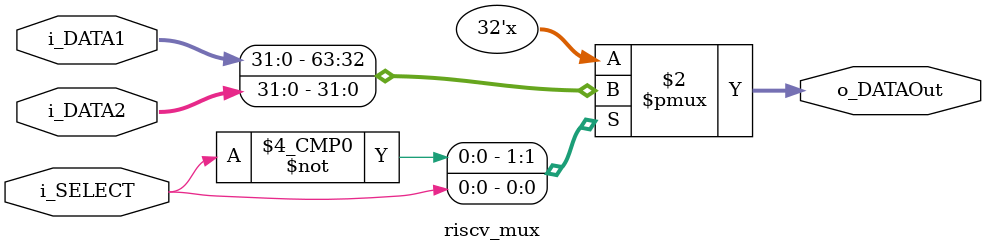
<source format=v>
module riscv_mux(i_DATA1, i_DATA2, i_SELECT, o_DATAOut);
	parameter BUS_WIDTH = 32;
	
	input i_SELECT;
	input [BUS_WIDTH-1:0] i_DATA1;
	input [BUS_WIDTH-1:0] i_DATA2;

	output [BUS_WIDTH-1:0] o_DATAOut;

	always @*
		begin
			case(i_SELECT)
				1'b0: o_DATAOut = i_DATA1;
				1'b1: o_DATAOut = i_DATA2;
			endcase
		end

endmodule


</source>
